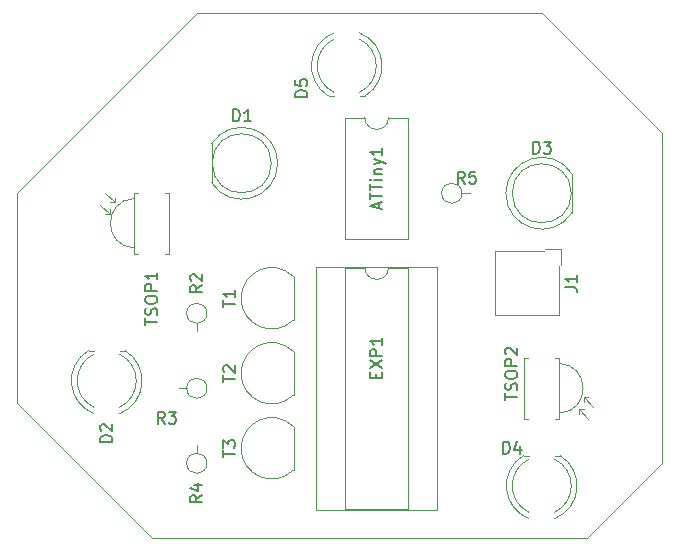
<source format=gbr>
%TF.GenerationSoftware,KiCad,Pcbnew,4.0.7-e2-6376~58~ubuntu16.04.1*%
%TF.CreationDate,2018-01-06T23:49:33+01:00*%
%TF.ProjectId,Receiver_module,52656365697665725F6D6F64756C652E,rev?*%
%TF.FileFunction,Legend,Top*%
%FSLAX46Y46*%
G04 Gerber Fmt 4.6, Leading zero omitted, Abs format (unit mm)*
G04 Created by KiCad (PCBNEW 4.0.7-e2-6376~58~ubuntu16.04.1) date Sat Jan  6 23:49:33 2018*
%MOMM*%
%LPD*%
G01*
G04 APERTURE LIST*
%ADD10C,0.100000*%
%ADD11C,0.120000*%
%ADD12C,0.150000*%
G04 APERTURE END LIST*
D10*
X130810000Y-121920000D02*
X130810000Y-119380000D01*
X124460000Y-128270000D02*
X130810000Y-121920000D01*
X121920000Y-128270000D02*
X124460000Y-128270000D01*
X76200000Y-116840000D02*
X76200000Y-99060000D01*
X87630000Y-128270000D02*
X76200000Y-116840000D01*
X90170000Y-128270000D02*
X87630000Y-128270000D01*
X121920000Y-128270000D02*
X90170000Y-128270000D01*
X130810000Y-93980000D02*
X130810000Y-119380000D01*
X120650000Y-83820000D02*
X130810000Y-93980000D01*
X91440000Y-83820000D02*
X120650000Y-83820000D01*
X76200000Y-99060000D02*
X91440000Y-83820000D01*
D11*
X107680000Y-92650000D02*
G75*
G02X105680000Y-92650000I-1000000J0D01*
G01*
X105680000Y-92650000D02*
X104030000Y-92650000D01*
X104030000Y-92650000D02*
X104030000Y-102930000D01*
X104030000Y-102930000D02*
X109330000Y-102930000D01*
X109330000Y-102930000D02*
X109330000Y-92650000D01*
X109330000Y-92650000D02*
X107680000Y-92650000D01*
X98289999Y-96521958D02*
G75*
G03X92690000Y-94880488I-3039999J1958D01*
G01*
X98289999Y-96518042D02*
G75*
G02X92690000Y-98159512I-3039999J-1958D01*
G01*
X97750000Y-96520000D02*
G75*
G03X97750000Y-96520000I-2500000J0D01*
G01*
X92690000Y-94880000D02*
X92690000Y-98160000D01*
X84900827Y-117722815D02*
G75*
G03X85364830Y-112375000I-1080827J2787815D01*
G01*
X82739173Y-117722815D02*
G75*
G02X82275170Y-112375000I1080827J2787815D01*
G01*
X84900429Y-117189479D02*
G75*
G03X84900000Y-112680316I-1080429J2254479D01*
G01*
X82739571Y-117189479D02*
G75*
G02X82740000Y-112680316I1080429J2254479D01*
G01*
X85365000Y-112375000D02*
X84900000Y-112375000D01*
X82740000Y-112375000D02*
X82275000Y-112375000D01*
X117610001Y-99058042D02*
G75*
G03X123210000Y-100699512I3039999J-1958D01*
G01*
X117610001Y-99061958D02*
G75*
G02X123210000Y-97420488I3039999J1958D01*
G01*
X123150000Y-99060000D02*
G75*
G03X123150000Y-99060000I-2500000J0D01*
G01*
X123210000Y-100700000D02*
X123210000Y-97420000D01*
X107680000Y-105350000D02*
G75*
G02X105680000Y-105350000I-1000000J0D01*
G01*
X105680000Y-105350000D02*
X104030000Y-105350000D01*
X104030000Y-105350000D02*
X104030000Y-125790000D01*
X104030000Y-125790000D02*
X109330000Y-125790000D01*
X109330000Y-125790000D02*
X109330000Y-105350000D01*
X109330000Y-105350000D02*
X107680000Y-105350000D01*
X101540000Y-105290000D02*
X101540000Y-125850000D01*
X101540000Y-125850000D02*
X111820000Y-125850000D01*
X111820000Y-125850000D02*
X111820000Y-105290000D01*
X111820000Y-105290000D02*
X101540000Y-105290000D01*
X122070000Y-105240000D02*
X122070000Y-109370000D01*
X122070000Y-109370000D02*
X116690000Y-109370000D01*
X116690000Y-109370000D02*
X116690000Y-103990000D01*
X116690000Y-103990000D02*
X120820000Y-103990000D01*
X122320000Y-105140000D02*
X122320000Y-103740000D01*
X122320000Y-103740000D02*
X120920000Y-103740000D01*
X92300000Y-109220000D02*
G75*
G03X92300000Y-109220000I-860000J0D01*
G01*
X91440000Y-110080000D02*
X91440000Y-110760000D01*
X92300000Y-115570000D02*
G75*
G03X92300000Y-115570000I-860000J0D01*
G01*
X90580000Y-115570000D02*
X89900000Y-115570000D01*
X92300000Y-121920000D02*
G75*
G03X92300000Y-121920000I-860000J0D01*
G01*
X91440000Y-121060000D02*
X91440000Y-120380000D01*
X99640000Y-109750000D02*
X99640000Y-106150000D01*
X99628478Y-109788478D02*
G75*
G02X95190000Y-107950000I-1838478J1838478D01*
G01*
X99628478Y-106111522D02*
G75*
G03X95190000Y-107950000I-1838478J-1838478D01*
G01*
X99640000Y-116100000D02*
X99640000Y-112500000D01*
X99628478Y-116138478D02*
G75*
G02X95190000Y-114300000I-1838478J1838478D01*
G01*
X99628478Y-112461522D02*
G75*
G03X95190000Y-114300000I-1838478J-1838478D01*
G01*
X99640000Y-122450000D02*
X99640000Y-118850000D01*
X99628478Y-122488478D02*
G75*
G02X95190000Y-120650000I-1838478J1838478D01*
G01*
X99628478Y-118811522D02*
G75*
G03X95190000Y-120650000I-1838478J-1838478D01*
G01*
X88790000Y-104200000D02*
X89130000Y-104200000D01*
X89130000Y-104200000D02*
X89130000Y-99000000D01*
X89130000Y-99000000D02*
X88790000Y-99000000D01*
X86470000Y-104200000D02*
X86130000Y-104200000D01*
X86130000Y-104200000D02*
X86130000Y-99000000D01*
X86130000Y-99000000D02*
X86470000Y-99000000D01*
X84480000Y-99830000D02*
X84480000Y-99430000D01*
X84480000Y-99830000D02*
X84080000Y-99830000D01*
X84480000Y-99830000D02*
X83680000Y-99030000D01*
X84080000Y-100830000D02*
X83280000Y-100030000D01*
X84080000Y-100830000D02*
X83680000Y-100830000D01*
X84080000Y-100830000D02*
X84080000Y-100430000D01*
X86128264Y-99500083D02*
G75*
G03X86130000Y-103700000I101736J-2099917D01*
G01*
X113890000Y-99060000D02*
G75*
G03X113890000Y-99060000I-860000J0D01*
G01*
X113890000Y-99060000D02*
X114570000Y-99060000D01*
X119490000Y-112970000D02*
X119150000Y-112970000D01*
X119150000Y-112970000D02*
X119150000Y-118170000D01*
X119150000Y-118170000D02*
X119490000Y-118170000D01*
X121810000Y-112970000D02*
X122150000Y-112970000D01*
X122150000Y-112970000D02*
X122150000Y-118170000D01*
X122150000Y-118170000D02*
X121810000Y-118170000D01*
X123800000Y-117340000D02*
X123800000Y-117740000D01*
X123800000Y-117340000D02*
X124200000Y-117340000D01*
X123800000Y-117340000D02*
X124600000Y-118140000D01*
X124200000Y-116340000D02*
X125000000Y-117140000D01*
X124200000Y-116340000D02*
X124600000Y-116340000D01*
X124200000Y-116340000D02*
X124200000Y-116740000D01*
X122151736Y-117669917D02*
G75*
G03X122150000Y-113470000I-101736J2099917D01*
G01*
X121730827Y-126612815D02*
G75*
G03X122194830Y-121265000I-1080827J2787815D01*
G01*
X119569173Y-126612815D02*
G75*
G02X119105170Y-121265000I1080827J2787815D01*
G01*
X121730429Y-126079479D02*
G75*
G03X121730000Y-121570316I-1080429J2254479D01*
G01*
X119569571Y-126079479D02*
G75*
G02X119570000Y-121570316I1080429J2254479D01*
G01*
X122195000Y-121265000D02*
X121730000Y-121265000D01*
X119570000Y-121265000D02*
X119105000Y-121265000D01*
X103059173Y-85477185D02*
G75*
G03X102595170Y-90825000I1080827J-2787815D01*
G01*
X105220827Y-85477185D02*
G75*
G02X105684830Y-90825000I-1080827J-2787815D01*
G01*
X103059571Y-86010521D02*
G75*
G03X103060000Y-90519684I1080429J-2254479D01*
G01*
X105220429Y-86010521D02*
G75*
G02X105220000Y-90519684I-1080429J-2254479D01*
G01*
X102595000Y-90825000D02*
X103060000Y-90825000D01*
X105220000Y-90825000D02*
X105685000Y-90825000D01*
D12*
X106846667Y-100337619D02*
X106846667Y-99861428D01*
X107132381Y-100432857D02*
X106132381Y-100099524D01*
X107132381Y-99766190D01*
X106132381Y-99575714D02*
X106132381Y-99004285D01*
X107132381Y-99290000D02*
X106132381Y-99290000D01*
X106132381Y-98813809D02*
X106132381Y-98242380D01*
X107132381Y-98528095D02*
X106132381Y-98528095D01*
X107132381Y-97909047D02*
X106465714Y-97909047D01*
X106132381Y-97909047D02*
X106180000Y-97956666D01*
X106227619Y-97909047D01*
X106180000Y-97861428D01*
X106132381Y-97909047D01*
X106227619Y-97909047D01*
X106465714Y-97432857D02*
X107132381Y-97432857D01*
X106560952Y-97432857D02*
X106513333Y-97385238D01*
X106465714Y-97290000D01*
X106465714Y-97147142D01*
X106513333Y-97051904D01*
X106608571Y-97004285D01*
X107132381Y-97004285D01*
X106465714Y-96623333D02*
X107132381Y-96385238D01*
X106465714Y-96147142D02*
X107132381Y-96385238D01*
X107370476Y-96480476D01*
X107418095Y-96528095D01*
X107465714Y-96623333D01*
X107132381Y-95242380D02*
X107132381Y-95813809D01*
X107132381Y-95528095D02*
X106132381Y-95528095D01*
X106275238Y-95623333D01*
X106370476Y-95718571D01*
X106418095Y-95813809D01*
X94511905Y-92962381D02*
X94511905Y-91962381D01*
X94750000Y-91962381D01*
X94892858Y-92010000D01*
X94988096Y-92105238D01*
X95035715Y-92200476D01*
X95083334Y-92390952D01*
X95083334Y-92533810D01*
X95035715Y-92724286D01*
X94988096Y-92819524D01*
X94892858Y-92914762D01*
X94750000Y-92962381D01*
X94511905Y-92962381D01*
X96035715Y-92962381D02*
X95464286Y-92962381D01*
X95750000Y-92962381D02*
X95750000Y-91962381D01*
X95654762Y-92105238D01*
X95559524Y-92200476D01*
X95464286Y-92248095D01*
X84272381Y-120118095D02*
X83272381Y-120118095D01*
X83272381Y-119880000D01*
X83320000Y-119737142D01*
X83415238Y-119641904D01*
X83510476Y-119594285D01*
X83700952Y-119546666D01*
X83843810Y-119546666D01*
X84034286Y-119594285D01*
X84129524Y-119641904D01*
X84224762Y-119737142D01*
X84272381Y-119880000D01*
X84272381Y-120118095D01*
X83367619Y-119165714D02*
X83320000Y-119118095D01*
X83272381Y-119022857D01*
X83272381Y-118784761D01*
X83320000Y-118689523D01*
X83367619Y-118641904D01*
X83462857Y-118594285D01*
X83558095Y-118594285D01*
X83700952Y-118641904D01*
X84272381Y-119213333D01*
X84272381Y-118594285D01*
X119911905Y-95702381D02*
X119911905Y-94702381D01*
X120150000Y-94702381D01*
X120292858Y-94750000D01*
X120388096Y-94845238D01*
X120435715Y-94940476D01*
X120483334Y-95130952D01*
X120483334Y-95273810D01*
X120435715Y-95464286D01*
X120388096Y-95559524D01*
X120292858Y-95654762D01*
X120150000Y-95702381D01*
X119911905Y-95702381D01*
X120816667Y-94702381D02*
X121435715Y-94702381D01*
X121102381Y-95083333D01*
X121245239Y-95083333D01*
X121340477Y-95130952D01*
X121388096Y-95178571D01*
X121435715Y-95273810D01*
X121435715Y-95511905D01*
X121388096Y-95607143D01*
X121340477Y-95654762D01*
X121245239Y-95702381D01*
X120959524Y-95702381D01*
X120864286Y-95654762D01*
X120816667Y-95607143D01*
X106608571Y-114696667D02*
X106608571Y-114363333D01*
X107132381Y-114220476D02*
X107132381Y-114696667D01*
X106132381Y-114696667D01*
X106132381Y-114220476D01*
X106132381Y-113887143D02*
X107132381Y-113220476D01*
X106132381Y-113220476D02*
X107132381Y-113887143D01*
X107132381Y-112839524D02*
X106132381Y-112839524D01*
X106132381Y-112458571D01*
X106180000Y-112363333D01*
X106227619Y-112315714D01*
X106322857Y-112268095D01*
X106465714Y-112268095D01*
X106560952Y-112315714D01*
X106608571Y-112363333D01*
X106656190Y-112458571D01*
X106656190Y-112839524D01*
X107132381Y-111315714D02*
X107132381Y-111887143D01*
X107132381Y-111601429D02*
X106132381Y-111601429D01*
X106275238Y-111696667D01*
X106370476Y-111791905D01*
X106418095Y-111887143D01*
X122642381Y-107013333D02*
X123356667Y-107013333D01*
X123499524Y-107060953D01*
X123594762Y-107156191D01*
X123642381Y-107299048D01*
X123642381Y-107394286D01*
X123642381Y-106013333D02*
X123642381Y-106584762D01*
X123642381Y-106299048D02*
X122642381Y-106299048D01*
X122785238Y-106394286D01*
X122880476Y-106489524D01*
X122928095Y-106584762D01*
X91892381Y-106846666D02*
X91416190Y-107180000D01*
X91892381Y-107418095D02*
X90892381Y-107418095D01*
X90892381Y-107037142D01*
X90940000Y-106941904D01*
X90987619Y-106894285D01*
X91082857Y-106846666D01*
X91225714Y-106846666D01*
X91320952Y-106894285D01*
X91368571Y-106941904D01*
X91416190Y-107037142D01*
X91416190Y-107418095D01*
X90987619Y-106465714D02*
X90940000Y-106418095D01*
X90892381Y-106322857D01*
X90892381Y-106084761D01*
X90940000Y-105989523D01*
X90987619Y-105941904D01*
X91082857Y-105894285D01*
X91178095Y-105894285D01*
X91320952Y-105941904D01*
X91892381Y-106513333D01*
X91892381Y-105894285D01*
X88733334Y-118562381D02*
X88400000Y-118086190D01*
X88161905Y-118562381D02*
X88161905Y-117562381D01*
X88542858Y-117562381D01*
X88638096Y-117610000D01*
X88685715Y-117657619D01*
X88733334Y-117752857D01*
X88733334Y-117895714D01*
X88685715Y-117990952D01*
X88638096Y-118038571D01*
X88542858Y-118086190D01*
X88161905Y-118086190D01*
X89066667Y-117562381D02*
X89685715Y-117562381D01*
X89352381Y-117943333D01*
X89495239Y-117943333D01*
X89590477Y-117990952D01*
X89638096Y-118038571D01*
X89685715Y-118133810D01*
X89685715Y-118371905D01*
X89638096Y-118467143D01*
X89590477Y-118514762D01*
X89495239Y-118562381D01*
X89209524Y-118562381D01*
X89114286Y-118514762D01*
X89066667Y-118467143D01*
X91892381Y-124626666D02*
X91416190Y-124960000D01*
X91892381Y-125198095D02*
X90892381Y-125198095D01*
X90892381Y-124817142D01*
X90940000Y-124721904D01*
X90987619Y-124674285D01*
X91082857Y-124626666D01*
X91225714Y-124626666D01*
X91320952Y-124674285D01*
X91368571Y-124721904D01*
X91416190Y-124817142D01*
X91416190Y-125198095D01*
X91225714Y-123769523D02*
X91892381Y-123769523D01*
X90844762Y-124007619D02*
X91559048Y-124245714D01*
X91559048Y-123626666D01*
X93682381Y-108711905D02*
X93682381Y-108140476D01*
X94682381Y-108426191D02*
X93682381Y-108426191D01*
X94682381Y-107283333D02*
X94682381Y-107854762D01*
X94682381Y-107569048D02*
X93682381Y-107569048D01*
X93825238Y-107664286D01*
X93920476Y-107759524D01*
X93968095Y-107854762D01*
X93682381Y-115061905D02*
X93682381Y-114490476D01*
X94682381Y-114776191D02*
X93682381Y-114776191D01*
X93777619Y-114204762D02*
X93730000Y-114157143D01*
X93682381Y-114061905D01*
X93682381Y-113823809D01*
X93730000Y-113728571D01*
X93777619Y-113680952D01*
X93872857Y-113633333D01*
X93968095Y-113633333D01*
X94110952Y-113680952D01*
X94682381Y-114252381D01*
X94682381Y-113633333D01*
X93682381Y-121411905D02*
X93682381Y-120840476D01*
X94682381Y-121126191D02*
X93682381Y-121126191D01*
X93682381Y-120602381D02*
X93682381Y-119983333D01*
X94063333Y-120316667D01*
X94063333Y-120173809D01*
X94110952Y-120078571D01*
X94158571Y-120030952D01*
X94253810Y-119983333D01*
X94491905Y-119983333D01*
X94587143Y-120030952D01*
X94634762Y-120078571D01*
X94682381Y-120173809D01*
X94682381Y-120459524D01*
X94634762Y-120554762D01*
X94587143Y-120602381D01*
X87082381Y-110211905D02*
X87082381Y-109640476D01*
X88082381Y-109926191D02*
X87082381Y-109926191D01*
X88034762Y-109354762D02*
X88082381Y-109211905D01*
X88082381Y-108973809D01*
X88034762Y-108878571D01*
X87987143Y-108830952D01*
X87891905Y-108783333D01*
X87796667Y-108783333D01*
X87701429Y-108830952D01*
X87653810Y-108878571D01*
X87606190Y-108973809D01*
X87558571Y-109164286D01*
X87510952Y-109259524D01*
X87463333Y-109307143D01*
X87368095Y-109354762D01*
X87272857Y-109354762D01*
X87177619Y-109307143D01*
X87130000Y-109259524D01*
X87082381Y-109164286D01*
X87082381Y-108926190D01*
X87130000Y-108783333D01*
X87082381Y-108164286D02*
X87082381Y-107973809D01*
X87130000Y-107878571D01*
X87225238Y-107783333D01*
X87415714Y-107735714D01*
X87749048Y-107735714D01*
X87939524Y-107783333D01*
X88034762Y-107878571D01*
X88082381Y-107973809D01*
X88082381Y-108164286D01*
X88034762Y-108259524D01*
X87939524Y-108354762D01*
X87749048Y-108402381D01*
X87415714Y-108402381D01*
X87225238Y-108354762D01*
X87130000Y-108259524D01*
X87082381Y-108164286D01*
X88082381Y-107307143D02*
X87082381Y-107307143D01*
X87082381Y-106926190D01*
X87130000Y-106830952D01*
X87177619Y-106783333D01*
X87272857Y-106735714D01*
X87415714Y-106735714D01*
X87510952Y-106783333D01*
X87558571Y-106830952D01*
X87606190Y-106926190D01*
X87606190Y-107307143D01*
X88082381Y-105783333D02*
X88082381Y-106354762D01*
X88082381Y-106069048D02*
X87082381Y-106069048D01*
X87225238Y-106164286D01*
X87320476Y-106259524D01*
X87368095Y-106354762D01*
X114133334Y-98242381D02*
X113800000Y-97766190D01*
X113561905Y-98242381D02*
X113561905Y-97242381D01*
X113942858Y-97242381D01*
X114038096Y-97290000D01*
X114085715Y-97337619D01*
X114133334Y-97432857D01*
X114133334Y-97575714D01*
X114085715Y-97670952D01*
X114038096Y-97718571D01*
X113942858Y-97766190D01*
X113561905Y-97766190D01*
X115038096Y-97242381D02*
X114561905Y-97242381D01*
X114514286Y-97718571D01*
X114561905Y-97670952D01*
X114657143Y-97623333D01*
X114895239Y-97623333D01*
X114990477Y-97670952D01*
X115038096Y-97718571D01*
X115085715Y-97813810D01*
X115085715Y-98051905D01*
X115038096Y-98147143D01*
X114990477Y-98194762D01*
X114895239Y-98242381D01*
X114657143Y-98242381D01*
X114561905Y-98194762D01*
X114514286Y-98147143D01*
X117562381Y-116561905D02*
X117562381Y-115990476D01*
X118562381Y-116276191D02*
X117562381Y-116276191D01*
X118514762Y-115704762D02*
X118562381Y-115561905D01*
X118562381Y-115323809D01*
X118514762Y-115228571D01*
X118467143Y-115180952D01*
X118371905Y-115133333D01*
X118276667Y-115133333D01*
X118181429Y-115180952D01*
X118133810Y-115228571D01*
X118086190Y-115323809D01*
X118038571Y-115514286D01*
X117990952Y-115609524D01*
X117943333Y-115657143D01*
X117848095Y-115704762D01*
X117752857Y-115704762D01*
X117657619Y-115657143D01*
X117610000Y-115609524D01*
X117562381Y-115514286D01*
X117562381Y-115276190D01*
X117610000Y-115133333D01*
X117562381Y-114514286D02*
X117562381Y-114323809D01*
X117610000Y-114228571D01*
X117705238Y-114133333D01*
X117895714Y-114085714D01*
X118229048Y-114085714D01*
X118419524Y-114133333D01*
X118514762Y-114228571D01*
X118562381Y-114323809D01*
X118562381Y-114514286D01*
X118514762Y-114609524D01*
X118419524Y-114704762D01*
X118229048Y-114752381D01*
X117895714Y-114752381D01*
X117705238Y-114704762D01*
X117610000Y-114609524D01*
X117562381Y-114514286D01*
X118562381Y-113657143D02*
X117562381Y-113657143D01*
X117562381Y-113276190D01*
X117610000Y-113180952D01*
X117657619Y-113133333D01*
X117752857Y-113085714D01*
X117895714Y-113085714D01*
X117990952Y-113133333D01*
X118038571Y-113180952D01*
X118086190Y-113276190D01*
X118086190Y-113657143D01*
X117657619Y-112704762D02*
X117610000Y-112657143D01*
X117562381Y-112561905D01*
X117562381Y-112323809D01*
X117610000Y-112228571D01*
X117657619Y-112180952D01*
X117752857Y-112133333D01*
X117848095Y-112133333D01*
X117990952Y-112180952D01*
X118562381Y-112752381D01*
X118562381Y-112133333D01*
X117371905Y-121102381D02*
X117371905Y-120102381D01*
X117610000Y-120102381D01*
X117752858Y-120150000D01*
X117848096Y-120245238D01*
X117895715Y-120340476D01*
X117943334Y-120530952D01*
X117943334Y-120673810D01*
X117895715Y-120864286D01*
X117848096Y-120959524D01*
X117752858Y-121054762D01*
X117610000Y-121102381D01*
X117371905Y-121102381D01*
X118800477Y-120435714D02*
X118800477Y-121102381D01*
X118562381Y-120054762D02*
X118324286Y-120769048D01*
X118943334Y-120769048D01*
X100782381Y-90908095D02*
X99782381Y-90908095D01*
X99782381Y-90670000D01*
X99830000Y-90527142D01*
X99925238Y-90431904D01*
X100020476Y-90384285D01*
X100210952Y-90336666D01*
X100353810Y-90336666D01*
X100544286Y-90384285D01*
X100639524Y-90431904D01*
X100734762Y-90527142D01*
X100782381Y-90670000D01*
X100782381Y-90908095D01*
X99782381Y-89431904D02*
X99782381Y-89908095D01*
X100258571Y-89955714D01*
X100210952Y-89908095D01*
X100163333Y-89812857D01*
X100163333Y-89574761D01*
X100210952Y-89479523D01*
X100258571Y-89431904D01*
X100353810Y-89384285D01*
X100591905Y-89384285D01*
X100687143Y-89431904D01*
X100734762Y-89479523D01*
X100782381Y-89574761D01*
X100782381Y-89812857D01*
X100734762Y-89908095D01*
X100687143Y-89955714D01*
M02*

</source>
